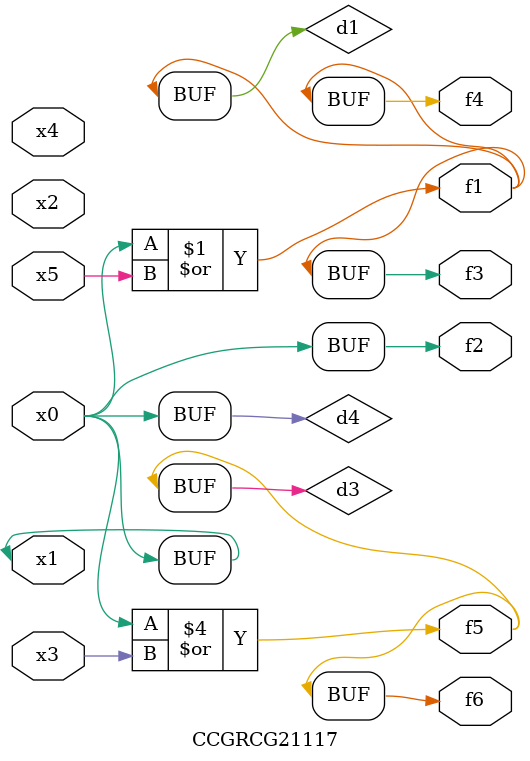
<source format=v>
module CCGRCG21117(
	input x0, x1, x2, x3, x4, x5,
	output f1, f2, f3, f4, f5, f6
);

	wire d1, d2, d3, d4;

	or (d1, x0, x5);
	xnor (d2, x1, x4);
	or (d3, x0, x3);
	buf (d4, x0, x1);
	assign f1 = d1;
	assign f2 = d4;
	assign f3 = d1;
	assign f4 = d1;
	assign f5 = d3;
	assign f6 = d3;
endmodule

</source>
